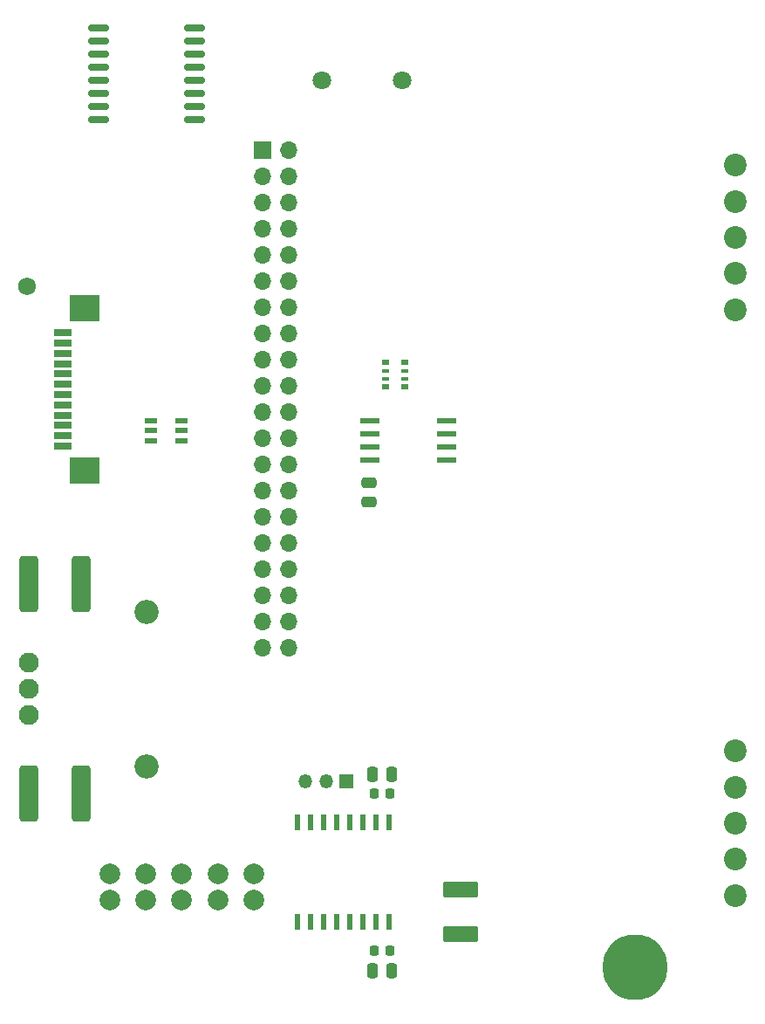
<source format=gbr>
%TF.GenerationSoftware,KiCad,Pcbnew,9.0.0*%
%TF.CreationDate,2025-03-09T08:07:50+03:00*%
%TF.ProjectId,PM_CPU-RP,504d5f43-5055-42d5-9250-2e6b69636164,rev?*%
%TF.SameCoordinates,Original*%
%TF.FileFunction,Soldermask,Top*%
%TF.FilePolarity,Negative*%
%FSLAX46Y46*%
G04 Gerber Fmt 4.6, Leading zero omitted, Abs format (unit mm)*
G04 Created by KiCad (PCBNEW 9.0.0) date 2025-03-09 08:07:50*
%MOMM*%
%LPD*%
G01*
G04 APERTURE LIST*
G04 Aperture macros list*
%AMRoundRect*
0 Rectangle with rounded corners*
0 $1 Rounding radius*
0 $2 $3 $4 $5 $6 $7 $8 $9 X,Y pos of 4 corners*
0 Add a 4 corners polygon primitive as box body*
4,1,4,$2,$3,$4,$5,$6,$7,$8,$9,$2,$3,0*
0 Add four circle primitives for the rounded corners*
1,1,$1+$1,$2,$3*
1,1,$1+$1,$4,$5*
1,1,$1+$1,$6,$7*
1,1,$1+$1,$8,$9*
0 Add four rect primitives between the rounded corners*
20,1,$1+$1,$2,$3,$4,$5,0*
20,1,$1+$1,$4,$5,$6,$7,0*
20,1,$1+$1,$6,$7,$8,$9,0*
20,1,$1+$1,$8,$9,$2,$3,0*%
G04 Aperture macros list end*
%ADD10RoundRect,0.250000X-0.475000X0.250000X-0.475000X-0.250000X0.475000X-0.250000X0.475000X0.250000X0*%
%ADD11O,6.350000X6.350000*%
%ADD12R,1.181100X0.558800*%
%ADD13C,2.200000*%
%ADD14C,1.800000*%
%ADD15RoundRect,0.250000X-0.650000X-2.450000X0.650000X-2.450000X0.650000X2.450000X-0.650000X2.450000X0*%
%ADD16O,1.700000X1.700000*%
%ADD17R,1.700000X1.700000*%
%ADD18RoundRect,0.250000X1.450000X-0.537500X1.450000X0.537500X-1.450000X0.537500X-1.450000X-0.537500X0*%
%ADD19R,0.482600X1.549400*%
%ADD20R,1.803400X0.635000*%
%ADD21R,2.997200X2.590800*%
%ADD22R,1.350000X1.350000*%
%ADD23O,1.350000X1.350000*%
%ADD24RoundRect,0.250000X0.250000X0.475000X-0.250000X0.475000X-0.250000X-0.475000X0.250000X-0.475000X0*%
%ADD25C,1.950000*%
%ADD26C,1.725000*%
%ADD27RoundRect,0.225000X0.225000X0.250000X-0.225000X0.250000X-0.225000X-0.250000X0.225000X-0.250000X0*%
%ADD28R,1.828800X0.533400*%
%ADD29RoundRect,0.150000X-0.875000X-0.150000X0.875000X-0.150000X0.875000X0.150000X-0.875000X0.150000X0*%
%ADD30R,0.800000X0.500000*%
%ADD31R,0.800000X0.400000*%
%ADD32C,2.000000*%
%ADD33C,2.350000*%
G04 APERTURE END LIST*
D10*
%TO.C,C4*%
X-3810000Y950000D03*
X-3810000Y-950000D03*
%TD*%
D11*
%TO.C,PE1*%
X22000000Y-46000000D03*
%TD*%
D12*
%TO.C,U7*%
X-22033150Y5049999D03*
X-22033150Y6000000D03*
X-22033150Y6950001D03*
X-24966850Y6950001D03*
X-24966850Y6000000D03*
X-24966850Y5049999D03*
%TD*%
D13*
%TO.C,J2*%
X31750000Y17750000D03*
X31750000Y21250000D03*
X31750000Y24750000D03*
X31750000Y28250000D03*
X31750000Y31750000D03*
%TD*%
D14*
%TO.C,J1*%
X-8385000Y40005000D03*
X-635000Y40005000D03*
%TD*%
D15*
%TO.C,C3*%
X-36840000Y-8890000D03*
X-31740000Y-8890000D03*
%TD*%
D16*
%TO.C,D1*%
X-11590000Y33170000D03*
D17*
X-14130000Y33170000D03*
D16*
X-11590000Y30630000D03*
X-14130000Y30630000D03*
X-11590000Y28090000D03*
X-14130000Y28090000D03*
X-11590000Y25550000D03*
X-14130000Y25550000D03*
X-11590000Y23010000D03*
X-14130000Y23010000D03*
X-11590000Y20470000D03*
X-14130000Y20470000D03*
X-11590000Y17930000D03*
X-14130000Y17930000D03*
X-11590000Y15390000D03*
X-14130000Y15390000D03*
X-11590000Y12850000D03*
X-14130000Y12850000D03*
X-11590000Y10310000D03*
X-14130000Y10310000D03*
X-11590000Y7770000D03*
X-14130000Y7770000D03*
X-11590000Y5230000D03*
X-14130000Y5230000D03*
X-11590000Y2690000D03*
X-14130000Y2690000D03*
X-11590000Y150000D03*
X-14130000Y150000D03*
X-11590000Y-2390000D03*
X-14130000Y-2390000D03*
X-11590000Y-4930000D03*
X-14130000Y-4930000D03*
X-11590000Y-7470000D03*
X-14130000Y-7470000D03*
X-11590000Y-10010000D03*
X-14130000Y-10010000D03*
X-11590000Y-12550000D03*
X-14130000Y-12550000D03*
X-11590000Y-15090000D03*
X-14130000Y-15090000D03*
%TD*%
D18*
%TO.C,C1*%
X5080000Y-42777500D03*
X5080000Y-38502500D03*
%TD*%
D19*
%TO.C,U4*%
X-1905000Y-32004000D03*
X-3175000Y-32004000D03*
X-4445000Y-32004000D03*
X-5715000Y-32004000D03*
X-6985000Y-32004000D03*
X-8255000Y-32004000D03*
X-9525000Y-32004000D03*
X-10795000Y-32004000D03*
X-10795000Y-41656000D03*
X-9525000Y-41656000D03*
X-8255000Y-41656000D03*
X-6985000Y-41656000D03*
X-5715000Y-41656000D03*
X-4445000Y-41656000D03*
X-3175000Y-41656000D03*
X-1905000Y-41656000D03*
%TD*%
D20*
%TO.C,J7*%
X-33556000Y4500008D03*
X-33556000Y5500006D03*
X-33556000Y6500004D03*
X-33556000Y7500002D03*
X-33556000Y8500000D03*
X-33556000Y9500000D03*
X-33556000Y10500000D03*
X-33556000Y11500000D03*
X-33556000Y12499998D03*
X-33556000Y13499996D03*
X-33556000Y14499994D03*
X-33556000Y15499992D03*
D21*
X-31385999Y2149997D03*
X-31385999Y17850003D03*
%TD*%
D22*
%TO.C,J11*%
X-6000000Y-28000000D03*
D23*
X-8000000Y-28000000D03*
X-10000000Y-28000000D03*
%TD*%
D24*
%TO.C,C10*%
X-1590000Y-46355000D03*
X-3490000Y-46355000D03*
%TD*%
%TO.C,C12*%
X-1590000Y-27305000D03*
X-3490000Y-27305000D03*
%TD*%
D25*
%TO.C,J4*%
X-36830000Y-21590000D03*
X-36830000Y-19050000D03*
X-36830000Y-16510000D03*
%TD*%
D26*
%TO.C,U2*%
X-37000000Y20000000D03*
%TD*%
D27*
%TO.C,C9*%
X-1765000Y-44450000D03*
X-3315000Y-44450000D03*
%TD*%
D28*
%TO.C,U3*%
X3695700Y3175000D03*
X3695700Y4445000D03*
X3695700Y5715000D03*
X3695700Y6985000D03*
X-3695700Y6985000D03*
X-3695700Y5715000D03*
X-3695700Y4445000D03*
X-3695700Y3175000D03*
%TD*%
D15*
%TO.C,C2*%
X-36840000Y-29210000D03*
X-31740000Y-29210000D03*
%TD*%
D29*
%TO.C,U6*%
X-30050000Y45085000D03*
X-30050000Y43815000D03*
X-30050000Y42545000D03*
X-30050000Y41275000D03*
X-30050000Y40005000D03*
X-30050000Y38735000D03*
X-30050000Y37465000D03*
X-30050000Y36195000D03*
X-20750000Y36195000D03*
X-20750000Y37465000D03*
X-20750000Y38735000D03*
X-20750000Y40005000D03*
X-20750000Y41275000D03*
X-20750000Y42545000D03*
X-20750000Y43815000D03*
X-20750000Y45085000D03*
%TD*%
D30*
%TO.C,RN2*%
X-370000Y10230000D03*
D31*
X-370000Y11030000D03*
X-370000Y11830000D03*
D30*
X-370000Y12630000D03*
X-2170000Y12630000D03*
D31*
X-2170000Y11830000D03*
X-2170000Y11030000D03*
D30*
X-2170000Y10230000D03*
%TD*%
D32*
%TO.C,J3*%
X-29000000Y-37000000D03*
X-25500000Y-37000000D03*
X-22000000Y-37000000D03*
X-18500000Y-37000000D03*
X-15000000Y-37000000D03*
X-29000000Y-39500000D03*
X-25500000Y-39500000D03*
X-22000000Y-39500000D03*
X-18500000Y-39500000D03*
X-15000000Y-39500000D03*
%TD*%
D27*
%TO.C,C11*%
X-1765000Y-29210000D03*
X-3315000Y-29210000D03*
%TD*%
D33*
%TO.C,U1*%
X-25400000Y-26550000D03*
X-25400000Y-11550000D03*
%TD*%
D13*
%TO.C,J12*%
X31750000Y-39060000D03*
X31750000Y-35560000D03*
X31750000Y-32060000D03*
X31750000Y-28560000D03*
X31750000Y-25060000D03*
%TD*%
M02*

</source>
